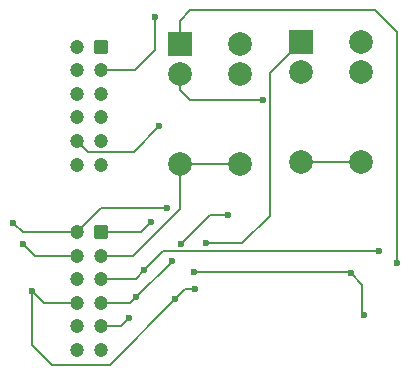
<source format=gbr>
%TF.GenerationSoftware,KiCad,Pcbnew,8.0.5*%
%TF.CreationDate,2025-02-22T06:14:54-05:00*%
%TF.ProjectId,IR Junction,4952204a-756e-4637-9469-6f6e2e6b6963,rev?*%
%TF.SameCoordinates,Original*%
%TF.FileFunction,Copper,L2,Bot*%
%TF.FilePolarity,Positive*%
%FSLAX46Y46*%
G04 Gerber Fmt 4.6, Leading zero omitted, Abs format (unit mm)*
G04 Created by KiCad (PCBNEW 8.0.5) date 2025-02-22 06:14:54*
%MOMM*%
%LPD*%
G01*
G04 APERTURE LIST*
G04 Aperture macros list*
%AMRoundRect*
0 Rectangle with rounded corners*
0 $1 Rounding radius*
0 $2 $3 $4 $5 $6 $7 $8 $9 X,Y pos of 4 corners*
0 Add a 4 corners polygon primitive as box body*
4,1,4,$2,$3,$4,$5,$6,$7,$8,$9,$2,$3,0*
0 Add four circle primitives for the rounded corners*
1,1,$1+$1,$2,$3*
1,1,$1+$1,$4,$5*
1,1,$1+$1,$6,$7*
1,1,$1+$1,$8,$9*
0 Add four rect primitives between the rounded corners*
20,1,$1+$1,$2,$3,$4,$5,0*
20,1,$1+$1,$4,$5,$6,$7,0*
20,1,$1+$1,$6,$7,$8,$9,0*
20,1,$1+$1,$8,$9,$2,$3,0*%
G04 Aperture macros list end*
%TA.AperFunction,ComponentPad*%
%ADD10R,2.000000X2.000000*%
%TD*%
%TA.AperFunction,ComponentPad*%
%ADD11C,2.000000*%
%TD*%
%TA.AperFunction,ComponentPad*%
%ADD12C,1.200000*%
%TD*%
%TA.AperFunction,ComponentPad*%
%ADD13RoundRect,0.250000X-0.350000X0.350000X-0.350000X-0.350000X0.350000X-0.350000X0.350000X0.350000X0*%
%TD*%
%TA.AperFunction,ViaPad*%
%ADD14C,0.600000*%
%TD*%
%TA.AperFunction,Conductor*%
%ADD15C,0.200000*%
%TD*%
G04 APERTURE END LIST*
D10*
%TO.P,K3,1*%
%TO.N,Net-(J12-Pin_4)*%
X152570000Y-83940000D03*
D11*
%TO.P,K3,2*%
%TO.N,Net-(J1-Shield)*%
X152570000Y-86480000D03*
%TO.P,K3,5*%
%TO.N,Net-(J3-Pin_10)*%
X152570000Y-94100000D03*
%TO.P,K3,6*%
X157650000Y-94100000D03*
%TO.P,K3,9*%
%TO.N,Net-(J1-Pin_8)*%
X157650000Y-86480000D03*
%TO.P,K3,10*%
%TO.N,Net-(J1-Pin_10)*%
X157650000Y-83940000D03*
%TD*%
D10*
%TO.P,K1,1*%
%TO.N,Net-(J11-Pin_4)*%
X142342500Y-84142500D03*
D11*
%TO.P,K1,2*%
%TO.N,Net-(J1-Shield)*%
X142342500Y-86682500D03*
%TO.P,K1,5*%
%TO.N,Net-(J3-Pin_3)*%
X142342500Y-94302500D03*
%TO.P,K1,6*%
X147422500Y-94302500D03*
%TO.P,K1,9*%
%TO.N,Net-(J1-Pin_1)*%
X147422500Y-86682500D03*
%TO.P,K1,10*%
%TO.N,Net-(J1-Pin_3)*%
X147422500Y-84142500D03*
%TD*%
D12*
%TO.P,J1,12,Pin_12*%
%TO.N,unconnected-(J1-Pin_12-Pad12)*%
X133650000Y-94350000D03*
%TO.P,J1,11,Pin_11*%
%TO.N,Net-(J1-Pin_11)*%
X135650000Y-94350000D03*
%TO.P,J1,10,Pin_10*%
%TO.N,Net-(J1-Pin_10)*%
X133650000Y-92350000D03*
%TO.P,J1,9,Pin_9*%
%TO.N,Net-(J1-Pin_9)*%
X135650000Y-92350000D03*
%TO.P,J1,8,Pin_8*%
%TO.N,Net-(J1-Pin_8)*%
X133650000Y-90350000D03*
%TO.P,J1,7,Pin_7*%
%TO.N,Net-(J1-Pin_7)*%
X135650000Y-90350000D03*
%TO.P,J1,6,Pin_6*%
%TO.N,unconnected-(J1-Pin_6-Pad6)*%
X133650000Y-88350000D03*
%TO.P,J1,5,Pin_5*%
%TO.N,Net-(J1-Pin_5)*%
X135650000Y-88350000D03*
%TO.P,J1,4,Pin_4*%
%TO.N,Net-(J1-Pin_4)*%
X133650000Y-86350000D03*
%TO.P,J1,3,Pin_3*%
%TO.N,Net-(J1-Pin_3)*%
X135650000Y-86350000D03*
%TO.P,J1,2,Pin_2*%
%TO.N,Net-(J1-Pin_2)*%
X133650000Y-84350000D03*
D13*
%TO.P,J1,1,Pin_1*%
%TO.N,Net-(J1-Pin_1)*%
X135650000Y-84350000D03*
%TD*%
%TO.P,J3,1,Pin_1*%
%TO.N,Net-(J1-Pin_1)*%
X135650000Y-100050000D03*
D12*
%TO.P,J3,2,Pin_2*%
%TO.N,Net-(J1-Pin_2)*%
X133650000Y-100050000D03*
%TO.P,J3,3,Pin_3*%
%TO.N,Net-(J3-Pin_3)*%
X135650000Y-102050000D03*
%TO.P,J3,4,Pin_4*%
%TO.N,Net-(J1-Pin_4)*%
X133650000Y-102050000D03*
%TO.P,J3,5,Pin_5*%
%TO.N,Net-(J1-Pin_5)*%
X135650000Y-104050000D03*
%TO.P,J3,6,Pin_6*%
%TO.N,unconnected-(J3-Pin_6-Pad6)*%
X133650000Y-104050000D03*
%TO.P,J3,7,Pin_7*%
%TO.N,Net-(J1-Pin_7)*%
X135650000Y-106050000D03*
%TO.P,J3,8,Pin_8*%
%TO.N,Net-(J1-Pin_8)*%
X133650000Y-106050000D03*
%TO.P,J3,9,Pin_9*%
%TO.N,Net-(J1-Pin_9)*%
X135650000Y-108050000D03*
%TO.P,J3,10,Pin_10*%
%TO.N,Net-(J3-Pin_10)*%
X133650000Y-108050000D03*
%TO.P,J3,11,Pin_11*%
%TO.N,Net-(J1-Pin_11)*%
X135650000Y-110050000D03*
%TO.P,J3,12,Pin_12*%
%TO.N,unconnected-(J3-Pin_12-Pad12)*%
X133650000Y-110050000D03*
%TD*%
D14*
%TO.N,Net-(J1-Pin_10)*%
X140600000Y-91100000D03*
%TO.N,Net-(J1-Pin_8)*%
X141975000Y-105725000D03*
X142450000Y-101100000D03*
X146450000Y-98650000D03*
%TO.N,Net-(J1-Shield)*%
X149350000Y-88900000D03*
%TO.N,Net-(J1-Pin_3)*%
X140250000Y-81850000D03*
%TO.N,Net-(J1-Pin_8)*%
X143650000Y-104900000D03*
%TO.N,Net-(J1-Pin_7)*%
X141650000Y-102500000D03*
%TO.N,Net-(J12-Pin_4)*%
X144550000Y-101000000D03*
%TO.N,Net-(J1-Pin_2)*%
X141250000Y-98000000D03*
%TO.N,Net-(J11-Pin_4)*%
X160700000Y-102650000D03*
%TO.N,Net-(J1-Pin_5)*%
X159250000Y-101700000D03*
%TO.N,Net-(J10-Pin_1)*%
X156825000Y-103525000D03*
X157925000Y-107100000D03*
X143550000Y-103400000D03*
%TO.N,Net-(J1-Pin_8)*%
X129850000Y-105050000D03*
%TO.N,Net-(J1-Pin_4)*%
X129100000Y-101050000D03*
%TO.N,Net-(J1-Pin_2)*%
X128250000Y-99250000D03*
%TO.N,Net-(J1-Pin_9)*%
X138050000Y-107350000D03*
%TO.N,Net-(J1-Pin_7)*%
X138650000Y-105550000D03*
%TO.N,Net-(J1-Pin_5)*%
X139350000Y-103300000D03*
%TO.N,Net-(J1-Pin_1)*%
X139950000Y-99200000D03*
%TD*%
D15*
%TO.N,Net-(J1-Pin_10)*%
X134550000Y-93250000D02*
X133650000Y-92350000D01*
X138450000Y-93250000D02*
X134550000Y-93250000D01*
X140600000Y-91100000D02*
X138450000Y-93250000D01*
%TO.N,Net-(J1-Pin_8)*%
X141975000Y-105725000D02*
X142800000Y-104900000D01*
X136400000Y-111300000D02*
X141975000Y-105725000D01*
X144900000Y-98650000D02*
X142450000Y-101100000D01*
X146450000Y-98650000D02*
X144900000Y-98650000D01*
%TO.N,Net-(J3-Pin_3)*%
X138400000Y-102050000D02*
X135650000Y-102050000D01*
X142342500Y-98107500D02*
X138400000Y-102050000D01*
X142342500Y-94302500D02*
X142342500Y-98107500D01*
X147422500Y-94302500D02*
X142342500Y-94302500D01*
%TO.N,Net-(J3-Pin_10)*%
X157650000Y-94100000D02*
X152570000Y-94100000D01*
%TO.N,Net-(J1-Shield)*%
X142342500Y-88042500D02*
X143200000Y-88900000D01*
X142342500Y-86682500D02*
X142342500Y-88042500D01*
X143200000Y-88900000D02*
X149350000Y-88900000D01*
%TO.N,Net-(J1-Pin_3)*%
X140250000Y-84650000D02*
X140250000Y-81850000D01*
X139950000Y-84950000D02*
X140250000Y-84650000D01*
X138550000Y-86350000D02*
X139950000Y-84950000D01*
X135650000Y-86350000D02*
X138550000Y-86350000D01*
%TO.N,Net-(J1-Pin_8)*%
X142800000Y-104900000D02*
X143650000Y-104900000D01*
X131500000Y-111300000D02*
X136400000Y-111300000D01*
X129850000Y-109650000D02*
X131500000Y-111300000D01*
X129850000Y-105050000D02*
X129850000Y-109650000D01*
%TO.N,Net-(J1-Pin_7)*%
X141650000Y-102550000D02*
X138650000Y-105550000D01*
X141650000Y-102500000D02*
X141650000Y-102550000D01*
%TO.N,Net-(J12-Pin_4)*%
X149950000Y-86560000D02*
X152570000Y-83940000D01*
X147650000Y-101000000D02*
X149950000Y-98700000D01*
X144550000Y-101000000D02*
X147650000Y-101000000D01*
X149950000Y-98700000D02*
X149950000Y-86560000D01*
%TO.N,Net-(J1-Pin_2)*%
X135700000Y-98000000D02*
X133650000Y-100050000D01*
X141250000Y-98000000D02*
X135700000Y-98000000D01*
%TO.N,Net-(J11-Pin_4)*%
X142342500Y-82157500D02*
X142342500Y-84142500D01*
X143250000Y-81250000D02*
X142342500Y-82157500D01*
X158850000Y-81250000D02*
X143250000Y-81250000D01*
X160700000Y-83100000D02*
X158850000Y-81250000D01*
X160700000Y-102650000D02*
X160700000Y-83100000D01*
%TO.N,Net-(J1-Pin_5)*%
X159250000Y-101700000D02*
X140950000Y-101700000D01*
X140950000Y-101700000D02*
X139350000Y-103300000D01*
%TO.N,Net-(J10-Pin_1)*%
X156825000Y-103525000D02*
X157800000Y-104500000D01*
X156700000Y-103400000D02*
X156825000Y-103525000D01*
X157800000Y-104500000D02*
X157800000Y-106975000D01*
X157800000Y-106975000D02*
X157925000Y-107100000D01*
X143550000Y-103400000D02*
X156700000Y-103400000D01*
%TO.N,Net-(J1-Pin_8)*%
X130850000Y-106050000D02*
X133650000Y-106050000D01*
X129850000Y-105050000D02*
X130850000Y-106050000D01*
%TO.N,Net-(J1-Pin_4)*%
X130100000Y-102050000D02*
X133650000Y-102050000D01*
X129100000Y-101050000D02*
X130100000Y-102050000D01*
%TO.N,Net-(J1-Pin_2)*%
X129050000Y-100050000D02*
X133650000Y-100050000D01*
X128250000Y-99250000D02*
X129050000Y-100050000D01*
%TO.N,Net-(J1-Pin_9)*%
X137350000Y-108050000D02*
X135650000Y-108050000D01*
X138050000Y-107350000D02*
X137350000Y-108050000D01*
%TO.N,Net-(J1-Pin_7)*%
X138650000Y-105550000D02*
X138150000Y-106050000D01*
X138150000Y-106050000D02*
X135650000Y-106050000D01*
%TO.N,Net-(J1-Pin_5)*%
X138600000Y-104050000D02*
X135650000Y-104050000D01*
X139350000Y-103300000D02*
X138600000Y-104050000D01*
%TO.N,Net-(J1-Pin_1)*%
X139950000Y-99200000D02*
X139100000Y-100050000D01*
X139100000Y-100050000D02*
X135650000Y-100050000D01*
%TD*%
M02*

</source>
